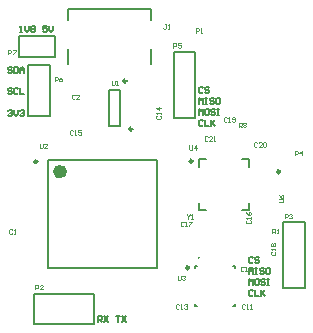
<source format=gto>
G04*
G04 #@! TF.GenerationSoftware,Altium Limited,Altium Designer,19.1.7 (138)*
G04*
G04 Layer_Color=65535*
%FSLAX44Y44*%
%MOMM*%
G71*
G01*
G75*
%ADD10C,0.2500*%
%ADD11C,0.6000*%
%ADD12C,0.2000*%
%ADD13C,0.1270*%
%ADD14C,0.1016*%
D10*
X1058940Y819946D02*
G03*
X1058940Y819946I-1250J0D01*
G01*
X1109900Y792880D02*
G03*
X1109900Y792880I-1250J0D01*
G01*
X978530Y792530D02*
G03*
X978530Y792530I-1250J0D01*
G01*
X1053924Y860672D02*
G03*
X1053924Y860672I-1250J0D01*
G01*
X1106780Y702570D02*
G03*
X1106780Y702570I-1250J0D01*
G01*
X1183908Y783954D02*
G03*
X1183908Y783954I-1250J0D01*
G01*
D11*
X1000780Y784030D02*
G03*
X1000780Y784030I-3000J0D01*
G01*
D12*
X1115400Y711200D02*
G03*
X1115400Y711200I-500J0D01*
G01*
X962804Y881016D02*
X993504D01*
X962804D02*
Y899016D01*
X993504D01*
Y881016D02*
Y899016D01*
X970932Y830724D02*
X988932D01*
Y874124D01*
X970932D02*
X988932D01*
X970932Y830724D02*
Y874124D01*
X1111868Y829200D02*
Y885300D01*
X1093868Y829200D02*
X1111868D01*
X1093868D02*
Y885300D01*
X1111868D01*
X1039440Y822446D02*
Y853446D01*
X1048440Y822446D02*
Y853446D01*
X1039440D02*
X1048440D01*
X1039440Y822446D02*
X1048440D01*
X1186832Y685436D02*
X1204832D01*
Y741536D01*
X1186832D02*
X1204832D01*
X1186832Y685436D02*
Y741536D01*
X1115150Y788130D02*
Y794380D01*
X1121400D01*
X1151900D02*
X1158150D01*
Y788130D02*
Y794380D01*
Y751380D02*
Y757630D01*
X1151900Y751380D02*
X1158150D01*
X1115150D02*
Y757630D01*
Y751380D02*
X1121400D01*
X987780Y702030D02*
X1079780D01*
X987780Y794030D02*
X1079780D01*
Y702030D02*
Y794030D01*
X987780Y702030D02*
Y794030D01*
X1074674Y912172D02*
Y921422D01*
Y875122D02*
Y887672D01*
X1004674Y921422D02*
X1074674D01*
X1004674Y912172D02*
Y921422D01*
Y875122D02*
Y887672D01*
X1112030Y670070D02*
X1114030D01*
X1112030D02*
Y672070D01*
X1144030Y670070D02*
X1146030D01*
Y672070D01*
Y702070D02*
Y704070D01*
X1144030D02*
X1146030D01*
X1112030D02*
X1114030D01*
X1112030Y702070D02*
Y704070D01*
X975868Y680466D02*
X1026668D01*
X975868Y655066D02*
Y680466D01*
Y655066D02*
X1026668D01*
Y680466D01*
D13*
X957410Y871888D02*
X956563Y872734D01*
X954870D01*
X954024Y871888D01*
Y871042D01*
X954870Y870195D01*
X956563D01*
X957410Y869349D01*
Y868503D01*
X956563Y867656D01*
X954870D01*
X954024Y868503D01*
X959102Y872734D02*
Y867656D01*
X961641D01*
X962488Y868503D01*
Y871888D01*
X961641Y872734D01*
X959102D01*
X964181Y867656D02*
Y871042D01*
X965873Y872734D01*
X967566Y871042D01*
Y867656D01*
Y870195D01*
X964181D01*
X957410Y853604D02*
X956563Y854450D01*
X954870D01*
X954024Y853604D01*
Y852758D01*
X954870Y851911D01*
X956563D01*
X957410Y851065D01*
Y850218D01*
X956563Y849372D01*
X954870D01*
X954024Y850218D01*
X962488Y853604D02*
X961641Y854450D01*
X959949D01*
X959102Y853604D01*
Y850218D01*
X959949Y849372D01*
X961641D01*
X962488Y850218D01*
X964181Y854450D02*
Y849372D01*
X967566D01*
X954024Y835320D02*
X954870Y836166D01*
X956563D01*
X957410Y835320D01*
Y834474D01*
X956563Y833627D01*
X955717D01*
X956563D01*
X957410Y832781D01*
Y831934D01*
X956563Y831088D01*
X954870D01*
X954024Y831934D01*
X959102Y836166D02*
Y832781D01*
X960795Y831088D01*
X962488Y832781D01*
Y836166D01*
X964181Y835320D02*
X965027Y836166D01*
X966720D01*
X967566Y835320D01*
Y834474D01*
X966720Y833627D01*
X965873D01*
X966720D01*
X967566Y832781D01*
Y831934D01*
X966720Y831088D01*
X965027D01*
X964181Y831934D01*
X1030224Y656590D02*
Y661668D01*
X1032763D01*
X1033610Y660822D01*
Y659129D01*
X1032763Y658283D01*
X1030224D01*
X1031917D02*
X1033610Y656590D01*
X1035302Y661668D02*
X1038688Y656590D01*
Y661668D02*
X1035302Y656590D01*
X1045459Y661668D02*
X1048845D01*
X1047152D01*
Y656590D01*
X1050537Y661668D02*
X1053923Y656590D01*
Y661668D02*
X1050537Y656590D01*
X1118954Y854364D02*
X1118107Y855210D01*
X1116414D01*
X1115568Y854364D01*
Y850978D01*
X1116414Y850132D01*
X1118107D01*
X1118954Y850978D01*
X1124032Y854364D02*
X1123186Y855210D01*
X1121493D01*
X1120646Y854364D01*
Y853518D01*
X1121493Y852671D01*
X1123186D01*
X1124032Y851825D01*
Y850978D01*
X1123186Y850132D01*
X1121493D01*
X1120646Y850978D01*
X1115568Y840990D02*
Y846068D01*
X1117261Y844376D01*
X1118954Y846068D01*
Y840990D01*
X1120646Y846068D02*
X1122339D01*
X1121493D01*
Y840990D01*
X1120646D01*
X1122339D01*
X1128264Y845222D02*
X1127418Y846068D01*
X1125725D01*
X1124878Y845222D01*
Y844376D01*
X1125725Y843529D01*
X1127418D01*
X1128264Y842683D01*
Y841836D01*
X1127418Y840990D01*
X1125725D01*
X1124878Y841836D01*
X1132496Y846068D02*
X1130803D01*
X1129957Y845222D01*
Y841836D01*
X1130803Y840990D01*
X1132496D01*
X1133342Y841836D01*
Y845222D01*
X1132496Y846068D01*
X1115568Y831848D02*
Y836926D01*
X1117261Y835234D01*
X1118954Y836926D01*
Y831848D01*
X1123186Y836926D02*
X1121493D01*
X1120646Y836080D01*
Y832694D01*
X1121493Y831848D01*
X1123186D01*
X1124032Y832694D01*
Y836080D01*
X1123186Y836926D01*
X1129110Y836080D02*
X1128264Y836926D01*
X1126571D01*
X1125725Y836080D01*
Y835234D01*
X1126571Y834387D01*
X1128264D01*
X1129110Y833541D01*
Y832694D01*
X1128264Y831848D01*
X1126571D01*
X1125725Y832694D01*
X1130803Y836926D02*
X1132496D01*
X1131649D01*
Y831848D01*
X1130803D01*
X1132496D01*
X1118954Y826938D02*
X1118107Y827784D01*
X1116414D01*
X1115568Y826938D01*
Y823552D01*
X1116414Y822706D01*
X1118107D01*
X1118954Y823552D01*
X1120646Y827784D02*
Y822706D01*
X1124032D01*
X1125725Y827784D02*
Y822706D01*
Y824399D01*
X1129110Y827784D01*
X1126571Y825245D01*
X1129110Y822706D01*
X963930Y902208D02*
X965623D01*
X964776D01*
Y907286D01*
X963930Y906440D01*
X968162Y907286D02*
Y903901D01*
X969855Y902208D01*
X971547Y903901D01*
Y907286D01*
X973240Y906440D02*
X974087Y907286D01*
X975779D01*
X976626Y906440D01*
Y905594D01*
X975779Y904747D01*
X976626Y903901D01*
Y903054D01*
X975779Y902208D01*
X974087D01*
X973240Y903054D01*
Y903901D01*
X974087Y904747D01*
X973240Y905594D01*
Y906440D01*
X974087Y904747D02*
X975779D01*
X986783Y907286D02*
X983397D01*
Y904747D01*
X985090Y905594D01*
X985936D01*
X986783Y904747D01*
Y903054D01*
X985936Y902208D01*
X984243D01*
X983397Y903054D01*
X988475Y907286D02*
Y903901D01*
X990168Y902208D01*
X991861Y903901D01*
Y907286D01*
X1160864Y710600D02*
X1160017Y711446D01*
X1158324D01*
X1157478Y710600D01*
Y707215D01*
X1158324Y706368D01*
X1160017D01*
X1160864Y707215D01*
X1165942Y710600D02*
X1165096Y711446D01*
X1163403D01*
X1162556Y710600D01*
Y709754D01*
X1163403Y708907D01*
X1165096D01*
X1165942Y708061D01*
Y707215D01*
X1165096Y706368D01*
X1163403D01*
X1162556Y707215D01*
X1157478Y697226D02*
Y702304D01*
X1159171Y700612D01*
X1160864Y702304D01*
Y697226D01*
X1162556Y702304D02*
X1164249D01*
X1163403D01*
Y697226D01*
X1162556D01*
X1164249D01*
X1170174Y701458D02*
X1169327Y702304D01*
X1167635D01*
X1166788Y701458D01*
Y700612D01*
X1167635Y699765D01*
X1169327D01*
X1170174Y698919D01*
Y698072D01*
X1169327Y697226D01*
X1167635D01*
X1166788Y698072D01*
X1174406Y702304D02*
X1172713D01*
X1171867Y701458D01*
Y698072D01*
X1172713Y697226D01*
X1174406D01*
X1175252Y698072D01*
Y701458D01*
X1174406Y702304D01*
X1157478Y688084D02*
Y693162D01*
X1159171Y691470D01*
X1160864Y693162D01*
Y688084D01*
X1165096Y693162D02*
X1163403D01*
X1162556Y692316D01*
Y688930D01*
X1163403Y688084D01*
X1165096D01*
X1165942Y688930D01*
Y692316D01*
X1165096Y693162D01*
X1171020Y692316D02*
X1170174Y693162D01*
X1168481D01*
X1167635Y692316D01*
Y691470D01*
X1168481Y690623D01*
X1170174D01*
X1171020Y689777D01*
Y688930D01*
X1170174Y688084D01*
X1168481D01*
X1167635Y688930D01*
X1172713Y693162D02*
X1174406D01*
X1173559D01*
Y688084D01*
X1172713D01*
X1174406D01*
X1160864Y683174D02*
X1160017Y684020D01*
X1158324D01*
X1157478Y683174D01*
Y679788D01*
X1158324Y678942D01*
X1160017D01*
X1160864Y679788D01*
X1162556Y684020D02*
Y678942D01*
X1165942D01*
X1167635Y684020D02*
Y678942D01*
Y680635D01*
X1171020Y684020D01*
X1168481Y681481D01*
X1171020Y678942D01*
D14*
X1177544Y731774D02*
Y735583D01*
X1179448D01*
X1180083Y734948D01*
Y733678D01*
X1179448Y733044D01*
X1177544D01*
X1178814D02*
X1180083Y731774D01*
X1181353D02*
X1182622D01*
X1181988D01*
Y735583D01*
X1181353Y734948D01*
X953770Y883158D02*
Y886967D01*
X955674D01*
X956309Y886332D01*
Y885062D01*
X955674Y884428D01*
X953770D01*
X957579Y886967D02*
X960118D01*
Y886332D01*
X957579Y883793D01*
Y883158D01*
X993394Y860298D02*
Y864107D01*
X995298D01*
X995933Y863472D01*
Y862202D01*
X995298Y861568D01*
X993394D01*
X999742Y864107D02*
X998472Y863472D01*
X997203Y862202D01*
Y860933D01*
X997838Y860298D01*
X999107D01*
X999742Y860933D01*
Y861568D01*
X999107Y862202D01*
X997203D01*
X1093724Y889000D02*
Y892809D01*
X1095628D01*
X1096263Y892174D01*
Y890904D01*
X1095628Y890270D01*
X1093724D01*
X1100072Y892809D02*
X1097533D01*
Y890904D01*
X1098802Y891539D01*
X1099437D01*
X1100072Y890904D01*
Y889635D01*
X1099437Y889000D01*
X1098168D01*
X1097533Y889635D01*
X1107186Y806195D02*
Y803021D01*
X1107821Y802386D01*
X1109090D01*
X1109725Y803021D01*
Y806195D01*
X1112899Y802386D02*
Y806195D01*
X1110995Y804290D01*
X1113534D01*
X1104900Y748029D02*
Y747394D01*
X1106170Y746124D01*
X1107439Y747394D01*
Y748029D01*
X1106170Y746124D02*
Y744220D01*
X1108709D02*
X1109978D01*
X1109344D01*
Y748029D01*
X1108709Y747394D01*
X1183039Y757936D02*
X1186213D01*
X1186848Y758571D01*
Y759840D01*
X1186213Y760475D01*
X1183039D01*
Y764284D02*
X1183674Y763014D01*
X1184944Y761745D01*
X1186213D01*
X1186848Y762380D01*
Y763649D01*
X1186213Y764284D01*
X1185578D01*
X1184944Y763649D01*
Y761745D01*
X1097280Y695959D02*
Y692785D01*
X1097915Y692150D01*
X1099184D01*
X1099819Y692785D01*
Y695959D01*
X1101089Y695324D02*
X1101724Y695959D01*
X1102993D01*
X1103628Y695324D01*
Y694689D01*
X1102993Y694054D01*
X1102358D01*
X1102993D01*
X1103628Y693420D01*
Y692785D01*
X1102993Y692150D01*
X1101724D01*
X1101089Y692785D01*
X980440Y807719D02*
Y804545D01*
X981075Y803910D01*
X982344D01*
X982979Y804545D01*
Y807719D01*
X986788Y803910D02*
X984249D01*
X986788Y806449D01*
Y807084D01*
X986153Y807719D01*
X984884D01*
X984249Y807084D01*
X1041400Y861059D02*
Y857885D01*
X1042035Y857250D01*
X1043304D01*
X1043939Y857885D01*
Y861059D01*
X1045209Y857250D02*
X1046478D01*
X1045844D01*
Y861059D01*
X1045209Y860424D01*
X1149010Y821690D02*
Y825499D01*
X1150914D01*
X1151549Y824864D01*
Y823594D01*
X1150914Y822960D01*
X1149010D01*
X1150280D02*
X1151549Y821690D01*
X1152819Y824864D02*
X1153454Y825499D01*
X1154723D01*
X1155358Y824864D01*
Y824229D01*
X1154723Y823594D01*
X1155358Y822960D01*
Y822325D01*
X1154723Y821690D01*
X1153454D01*
X1152819Y822325D01*
Y822960D01*
X1153454Y823594D01*
X1152819Y824229D01*
Y824864D01*
X1153454Y823594D02*
X1154723D01*
X1196708Y797814D02*
Y801623D01*
X1198612D01*
X1199247Y800988D01*
Y799718D01*
X1198612Y799084D01*
X1196708D01*
X1202421Y797814D02*
Y801623D01*
X1200517Y799718D01*
X1203056D01*
X1187958Y744474D02*
Y748283D01*
X1189862D01*
X1190497Y747648D01*
Y746378D01*
X1189862Y745744D01*
X1187958D01*
X1191767Y747648D02*
X1192402Y748283D01*
X1193671D01*
X1194306Y747648D01*
Y747013D01*
X1193671Y746378D01*
X1193036D01*
X1193671D01*
X1194306Y745744D01*
Y745109D01*
X1193671Y744474D01*
X1192402D01*
X1191767Y745109D01*
X976884Y684276D02*
Y688085D01*
X978788D01*
X979423Y687450D01*
Y686180D01*
X978788Y685546D01*
X976884D01*
X983232Y684276D02*
X980693D01*
X983232Y686815D01*
Y687450D01*
X982597Y688085D01*
X981328D01*
X980693Y687450D01*
X1113028Y901700D02*
Y905509D01*
X1114932D01*
X1115567Y904874D01*
Y903604D01*
X1114932Y902970D01*
X1113028D01*
X1116837Y901700D02*
X1118106D01*
X1117472D01*
Y905509D01*
X1116837Y904874D01*
X1087881Y908557D02*
X1086612D01*
X1087246D01*
Y905383D01*
X1086612Y904748D01*
X1085977D01*
X1085342Y905383D01*
X1089151Y904748D02*
X1090420D01*
X1089786D01*
Y908557D01*
X1089151Y907922D01*
X1122679Y813434D02*
X1122044Y814069D01*
X1120775D01*
X1120140Y813434D01*
Y810895D01*
X1120775Y810260D01*
X1122044D01*
X1122679Y810895D01*
X1126488Y810260D02*
X1123949D01*
X1126488Y812799D01*
Y813434D01*
X1125853Y814069D01*
X1124584D01*
X1123949Y813434D01*
X1127758Y810260D02*
X1129027D01*
X1128392D01*
Y814069D01*
X1127758Y813434D01*
X1164589Y808354D02*
X1163954Y808989D01*
X1162685D01*
X1162050Y808354D01*
Y805815D01*
X1162685Y805180D01*
X1163954D01*
X1164589Y805815D01*
X1168398Y805180D02*
X1165859D01*
X1168398Y807719D01*
Y808354D01*
X1167763Y808989D01*
X1166494D01*
X1165859Y808354D01*
X1169668D02*
X1170302Y808989D01*
X1171572D01*
X1172207Y808354D01*
Y805815D01*
X1171572Y805180D01*
X1170302D01*
X1169668Y805815D01*
Y808354D01*
X1138935Y829436D02*
X1138300Y830071D01*
X1137031D01*
X1136396Y829436D01*
Y826897D01*
X1137031Y826262D01*
X1138300D01*
X1138935Y826897D01*
X1140205Y826262D02*
X1141474D01*
X1140840D01*
Y830071D01*
X1140205Y829436D01*
X1143379Y826897D02*
X1144014Y826262D01*
X1145283D01*
X1145918Y826897D01*
Y829436D01*
X1145283Y830071D01*
X1144014D01*
X1143379Y829436D01*
Y828801D01*
X1144014Y828166D01*
X1145918D01*
X1176910Y716279D02*
X1176275Y715644D01*
Y714375D01*
X1176910Y713740D01*
X1179449D01*
X1180084Y714375D01*
Y715644D01*
X1179449Y716279D01*
X1180084Y717549D02*
Y718818D01*
Y718184D01*
X1176275D01*
X1176910Y717549D01*
Y720723D02*
X1176275Y721358D01*
Y722627D01*
X1176910Y723262D01*
X1177545D01*
X1178180Y722627D01*
X1178814Y723262D01*
X1179449D01*
X1180084Y722627D01*
Y721358D01*
X1179449Y720723D01*
X1178814D01*
X1178180Y721358D01*
X1177545Y720723D01*
X1176910D01*
X1178180Y721358D02*
Y722627D01*
X1102359Y741044D02*
X1101724Y741679D01*
X1100455D01*
X1099820Y741044D01*
Y738505D01*
X1100455Y737870D01*
X1101724D01*
X1102359Y738505D01*
X1103629Y737870D02*
X1104898D01*
X1104264D01*
Y741679D01*
X1103629Y741044D01*
X1106803Y741679D02*
X1109342D01*
Y741044D01*
X1106803Y738505D01*
Y737870D01*
X1156082Y742695D02*
X1155447Y742060D01*
Y740791D01*
X1156082Y740156D01*
X1158621D01*
X1159256Y740791D01*
Y742060D01*
X1158621Y742695D01*
X1159256Y743965D02*
Y745234D01*
Y744600D01*
X1155447D01*
X1156082Y743965D01*
X1155447Y749678D02*
X1156082Y748408D01*
X1157352Y747139D01*
X1158621D01*
X1159256Y747774D01*
Y749043D01*
X1158621Y749678D01*
X1157986D01*
X1157352Y749043D01*
Y747139D01*
X1008887Y818514D02*
X1008252Y819149D01*
X1006983D01*
X1006348Y818514D01*
Y815975D01*
X1006983Y815340D01*
X1008252D01*
X1008887Y815975D01*
X1010157Y815340D02*
X1011426D01*
X1010792D01*
Y819149D01*
X1010157Y818514D01*
X1015870Y819149D02*
X1013331D01*
Y817244D01*
X1014600Y817879D01*
X1015235D01*
X1015870Y817244D01*
Y815975D01*
X1015235Y815340D01*
X1013966D01*
X1013331Y815975D01*
X1079882Y831341D02*
X1079247Y830706D01*
Y829437D01*
X1079882Y828802D01*
X1082421D01*
X1083056Y829437D01*
Y830706D01*
X1082421Y831341D01*
X1083056Y832611D02*
Y833880D01*
Y833246D01*
X1079247D01*
X1079882Y832611D01*
X1083056Y837689D02*
X1079247D01*
X1081152Y835785D01*
Y838324D01*
X1098549Y671194D02*
X1097914Y671829D01*
X1096645D01*
X1096010Y671194D01*
Y668655D01*
X1096645Y668020D01*
X1097914D01*
X1098549Y668655D01*
X1099819Y668020D02*
X1101088D01*
X1100454D01*
Y671829D01*
X1099819Y671194D01*
X1102993D02*
X1103628Y671829D01*
X1104897D01*
X1105532Y671194D01*
Y670559D01*
X1104897Y669924D01*
X1104262D01*
X1104897D01*
X1105532Y669290D01*
Y668655D01*
X1104897Y668020D01*
X1103628D01*
X1102993Y668655D01*
X1153159Y702944D02*
X1152524Y703579D01*
X1151255D01*
X1150620Y702944D01*
Y700405D01*
X1151255Y699770D01*
X1152524D01*
X1153159Y700405D01*
X1154429Y699770D02*
X1155698D01*
X1155064D01*
Y703579D01*
X1154429Y702944D01*
X1160142Y699770D02*
X1157603D01*
X1160142Y702309D01*
Y702944D01*
X1159507Y703579D01*
X1158238D01*
X1157603Y702944D01*
X1154429Y671194D02*
X1153794Y671829D01*
X1152525D01*
X1151890Y671194D01*
Y668655D01*
X1152525Y668020D01*
X1153794D01*
X1154429Y668655D01*
X1155699Y668020D02*
X1156968D01*
X1156334D01*
Y671829D01*
X1155699Y671194D01*
X1158873Y668020D02*
X1160142D01*
X1159508D01*
Y671829D01*
X1158873Y671194D01*
X1010411Y848486D02*
X1009776Y849121D01*
X1008507D01*
X1007872Y848486D01*
Y845947D01*
X1008507Y845312D01*
X1009776D01*
X1010411Y845947D01*
X1014220Y845312D02*
X1011681D01*
X1014220Y847851D01*
Y848486D01*
X1013585Y849121D01*
X1012316D01*
X1011681Y848486D01*
X957325Y734440D02*
X956690Y735075D01*
X955421D01*
X954786Y734440D01*
Y731901D01*
X955421Y731266D01*
X956690D01*
X957325Y731901D01*
X958595Y731266D02*
X959864D01*
X959230D01*
Y735075D01*
X958595Y734440D01*
M02*

</source>
